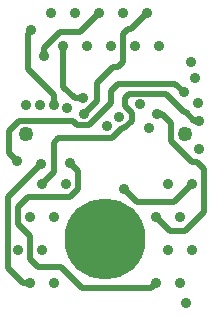
<source format=gbr>
G04 start of page 3 for group 1 idx 1 *
G04 Title: (unknown), ground *
G04 Creator: pcb 20110918 *
G04 CreationDate: Tue Nov 19 21:14:11 2013 UTC *
G04 For: fosse *
G04 Format: Gerber/RS-274X *
G04 PCB-Dimensions: 72000 152000 *
G04 PCB-Coordinate-Origin: lower left *
%MOIN*%
%FSLAX25Y25*%
%LNGROUP1*%
%ADD24C,0.0354*%
%ADD23C,0.1160*%
%ADD22C,0.0360*%
%ADD21C,0.0494*%
%ADD20C,0.2700*%
%ADD19C,0.0200*%
G54D19*X3900Y94100D02*X7300Y97500D01*
X3600Y72000D02*X14700Y83100D01*
X3900Y94100D02*Y86700D01*
X6700Y83900D01*
X18800Y90100D02*Y80300D01*
X15000Y76500D01*
X24200Y72000D02*X10100D01*
X3600Y48400D02*Y72000D01*
X10100D02*X6900Y68800D01*
Y63000D01*
X10900Y59000D01*
Y51500D01*
X20300Y91600D02*X18800Y90100D01*
X24200Y83400D02*X26800Y80800D01*
Y74600D01*
X24200Y72000D01*
X67100Y97500D02*X65700D01*
X62900Y100300D01*
X62200D01*
X41600Y95000D02*X38200Y91600D01*
X57900Y96600D02*Y90700D01*
X64800Y83800D01*
X66600D01*
X69000Y81400D01*
Y67100D01*
X62700Y60800D01*
X57700D01*
X53000Y65500D01*
X59000Y70500D02*X65000Y76500D01*
X42300Y74800D02*X46600Y70500D01*
X58900D01*
X11000Y43500D02*X8500D01*
X3600Y48400D01*
X10900Y51500D02*X13700Y48700D01*
X21300D01*
X28300Y41700D01*
X51200D01*
X53000Y43500D01*
X28800Y99600D02*X33200Y104000D01*
Y110000D01*
X38700Y115500D01*
X37800Y103300D02*Y107500D01*
X28600Y104900D02*X25800D01*
X26600Y96100D02*X30600D01*
X38200Y91600D02*X20300D01*
X30600Y96100D02*X37800Y103300D01*
X25800Y104900D02*X22000Y108700D01*
X18900Y102600D02*Y106000D01*
X10300Y114600D01*
X7300Y97500D02*X25200D01*
X26600Y96100D01*
X22000Y108700D02*Y122500D01*
X15500Y119200D02*Y121800D01*
X20900Y127200D01*
X27700D01*
X10300Y114600D02*Y126500D01*
X11400Y127600D01*
X38700Y115500D02*X40400D01*
X41900Y117000D01*
Y126500D01*
X43600Y128200D01*
X44700D01*
X50000Y133500D01*
X27700Y127200D02*X34000Y133500D01*
X40100Y109800D02*X59300D01*
X56100Y106400D02*X43800D01*
X59300Y109800D02*X62200Y106900D01*
Y100300D02*X56100Y106400D01*
X53100Y99600D02*X54900D01*
X57900Y96600D01*
X43800Y106400D02*X42600Y105200D01*
Y102300D01*
X44800Y100100D01*
Y97500D01*
X42300Y95000D01*
X41600D01*
X37800Y107500D02*X40100Y109800D01*
G54D20*X36000Y58000D03*
G54D21*X62575Y93205D03*
X9425D03*
G54D22*X30000Y122500D03*
X34000Y133500D03*
X26000D03*
X9600Y102700D03*
X14400Y102800D03*
X23400Y101600D03*
X18900Y102600D03*
X28800Y99600D03*
X28600Y104900D03*
X18000Y133500D03*
X22000Y122500D03*
X15500Y119200D03*
X11400Y127600D03*
X38000Y122500D03*
X46000D03*
X54000D03*
X50000Y133500D03*
X42000D03*
X66000Y111600D03*
X66800Y103300D03*
X67100Y88200D03*
Y97500D03*
X64600Y117200D03*
X62200Y106900D03*
X40600Y98700D03*
X36600Y95800D03*
X53100Y99600D03*
X50700Y95200D03*
X47500Y102900D03*
X65000Y76500D03*
X61000Y65500D03*
X53000D03*
X57000Y54500D03*
X65000D03*
X57000Y76500D03*
X53000Y43500D03*
X61000D03*
X62900Y36700D03*
X11000Y65500D03*
X19000D03*
X15000Y54500D03*
X7000D03*
X11000Y43500D03*
X19000D03*
X15000Y76500D03*
X14700Y83100D03*
X6700Y83900D03*
X24200Y83400D03*
X23000Y76500D03*
X42299Y74801D03*
G54D19*G54D23*G54D24*M02*

</source>
